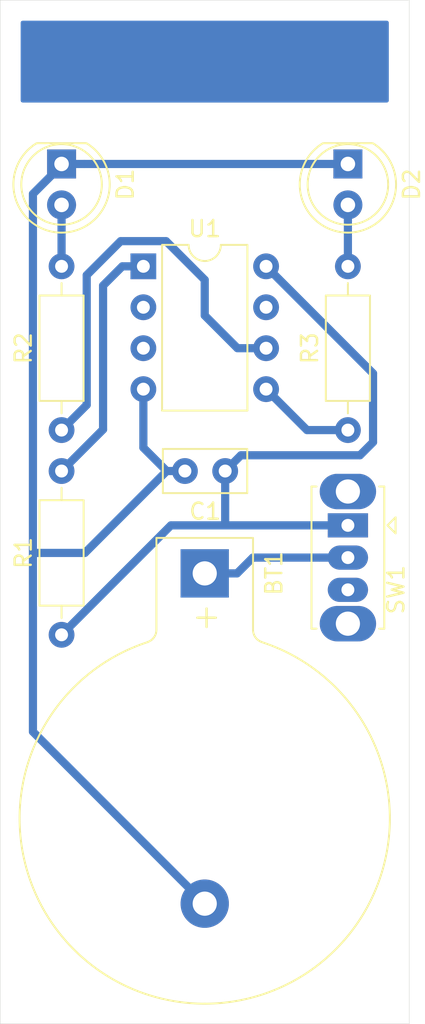
<source format=kicad_pcb>
(kicad_pcb (version 20171130) (host pcbnew "(5.1.0)-1")

  (general
    (thickness 1.6)
    (drawings 20)
    (tracks 45)
    (zones 0)
    (modules 9)
    (nets 13)
  )

  (page A4)
  (layers
    (0 F.Cu signal)
    (31 B.Cu signal)
    (32 B.Adhes user)
    (33 F.Adhes user)
    (34 B.Paste user)
    (35 F.Paste user)
    (36 B.SilkS user)
    (37 F.SilkS user)
    (38 B.Mask user)
    (39 F.Mask user)
    (40 Dwgs.User user)
    (41 Cmts.User user)
    (42 Eco1.User user)
    (43 Eco2.User user)
    (44 Edge.Cuts user)
    (45 Margin user)
    (46 B.CrtYd user)
    (47 F.CrtYd user)
    (48 B.Fab user)
    (49 F.Fab user)
  )

  (setup
    (last_trace_width 0.508)
    (trace_clearance 0.508)
    (zone_clearance 0.508)
    (zone_45_only no)
    (trace_min 0.508)
    (via_size 0.8128)
    (via_drill 0.4064)
    (via_min_size 0.8128)
    (via_min_drill 0.4064)
    (uvia_size 0.8128)
    (uvia_drill 0.4064)
    (uvias_allowed no)
    (uvia_min_size 0.8128)
    (uvia_min_drill 0.4064)
    (edge_width 0.05)
    (segment_width 0.2)
    (pcb_text_width 0.3)
    (pcb_text_size 1.5 1.5)
    (mod_edge_width 0.12)
    (mod_text_size 1 1)
    (mod_text_width 0.15)
    (pad_size 1.524 1.524)
    (pad_drill 0.762)
    (pad_to_mask_clearance 0.051)
    (solder_mask_min_width 0.25)
    (aux_axis_origin 0 0)
    (visible_elements 7FFFFFFF)
    (pcbplotparams
      (layerselection 0x01000_fffffffe)
      (usegerberextensions false)
      (usegerberattributes false)
      (usegerberadvancedattributes false)
      (creategerberjobfile false)
      (excludeedgelayer true)
      (linewidth 0.100000)
      (plotframeref false)
      (viasonmask false)
      (mode 1)
      (useauxorigin false)
      (hpglpennumber 1)
      (hpglpenspeed 20)
      (hpglpendiameter 15.000000)
      (psnegative false)
      (psa4output false)
      (plotreference false)
      (plotvalue false)
      (plotinvisibletext false)
      (padsonsilk false)
      (subtractmaskfromsilk false)
      (outputformat 1)
      (mirror false)
      (drillshape 0)
      (scaleselection 1)
      (outputdirectory "gerbers/"))
  )

  (net 0 "")
  (net 1 "Net-(BT1-Pad2)")
  (net 2 "Net-(BT1-Pad1)")
  (net 3 "Net-(C1-Pad1)")
  (net 4 "Net-(D1-Pad2)")
  (net 5 "Net-(D2-Pad2)")
  (net 6 "Net-(R1-Pad2)")
  (net 7 "Net-(R2-Pad1)")
  (net 8 "Net-(R3-Pad1)")
  (net 9 "Net-(SW1-Pad3)")
  (net 10 "Net-(U1-Pad2)")
  (net 11 "Net-(U1-Pad3)")
  (net 12 "Net-(U1-Pad7)")

  (net_class Default "This is the default net class."
    (clearance 0.508)
    (trace_width 0.508)
    (via_dia 0.8128)
    (via_drill 0.4064)
    (uvia_dia 0.8128)
    (uvia_drill 0.4064)
    (diff_pair_width 0.508)
    (diff_pair_gap 0.508)
    (add_net "Net-(BT1-Pad1)")
    (add_net "Net-(BT1-Pad2)")
    (add_net "Net-(C1-Pad1)")
    (add_net "Net-(D1-Pad2)")
    (add_net "Net-(D2-Pad2)")
    (add_net "Net-(R1-Pad2)")
    (add_net "Net-(R2-Pad1)")
    (add_net "Net-(R3-Pad1)")
    (add_net "Net-(SW1-Pad3)")
    (add_net "Net-(U1-Pad2)")
    (add_net "Net-(U1-Pad3)")
    (add_net "Net-(U1-Pad7)")
  )

  (module Package_DIP:DIP-8_W7.62mm (layer F.Cu) (tedit 5A02E8C5) (tstamp 5CA788B8)
    (at 149.86 101.6)
    (descr "8-lead though-hole mounted DIP package, row spacing 7.62 mm (300 mils)")
    (tags "THT DIP DIL PDIP 2.54mm 7.62mm 300mil")
    (path /5CA4ECC4)
    (fp_text reference U1 (at 3.81 -2.33) (layer F.SilkS)
      (effects (font (size 1 1) (thickness 0.15)))
    )
    (fp_text value ATtiny85-20PU (at 3.81 9.95) (layer F.Fab)
      (effects (font (size 1 1) (thickness 0.15)))
    )
    (fp_text user %R (at 3.81 3.81) (layer F.Fab)
      (effects (font (size 1 1) (thickness 0.15)))
    )
    (fp_line (start 8.7 -1.55) (end -1.1 -1.55) (layer F.CrtYd) (width 0.05))
    (fp_line (start 8.7 9.15) (end 8.7 -1.55) (layer F.CrtYd) (width 0.05))
    (fp_line (start -1.1 9.15) (end 8.7 9.15) (layer F.CrtYd) (width 0.05))
    (fp_line (start -1.1 -1.55) (end -1.1 9.15) (layer F.CrtYd) (width 0.05))
    (fp_line (start 6.46 -1.33) (end 4.81 -1.33) (layer F.SilkS) (width 0.12))
    (fp_line (start 6.46 8.95) (end 6.46 -1.33) (layer F.SilkS) (width 0.12))
    (fp_line (start 1.16 8.95) (end 6.46 8.95) (layer F.SilkS) (width 0.12))
    (fp_line (start 1.16 -1.33) (end 1.16 8.95) (layer F.SilkS) (width 0.12))
    (fp_line (start 2.81 -1.33) (end 1.16 -1.33) (layer F.SilkS) (width 0.12))
    (fp_line (start 0.635 -0.27) (end 1.635 -1.27) (layer F.Fab) (width 0.1))
    (fp_line (start 0.635 8.89) (end 0.635 -0.27) (layer F.Fab) (width 0.1))
    (fp_line (start 6.985 8.89) (end 0.635 8.89) (layer F.Fab) (width 0.1))
    (fp_line (start 6.985 -1.27) (end 6.985 8.89) (layer F.Fab) (width 0.1))
    (fp_line (start 1.635 -1.27) (end 6.985 -1.27) (layer F.Fab) (width 0.1))
    (fp_arc (start 3.81 -1.33) (end 2.81 -1.33) (angle -180) (layer F.SilkS) (width 0.12))
    (pad 8 thru_hole oval (at 7.62 0) (size 1.6 1.6) (drill 0.8) (layers *.Cu *.Mask)
      (net 3 "Net-(C1-Pad1)"))
    (pad 4 thru_hole oval (at 0 7.62) (size 1.6 1.6) (drill 0.8) (layers *.Cu *.Mask)
      (net 1 "Net-(BT1-Pad2)"))
    (pad 7 thru_hole oval (at 7.62 2.54) (size 1.6 1.6) (drill 0.8) (layers *.Cu *.Mask)
      (net 12 "Net-(U1-Pad7)"))
    (pad 3 thru_hole oval (at 0 5.08) (size 1.6 1.6) (drill 0.8) (layers *.Cu *.Mask)
      (net 11 "Net-(U1-Pad3)"))
    (pad 6 thru_hole oval (at 7.62 5.08) (size 1.6 1.6) (drill 0.8) (layers *.Cu *.Mask)
      (net 7 "Net-(R2-Pad1)"))
    (pad 2 thru_hole oval (at 0 2.54) (size 1.6 1.6) (drill 0.8) (layers *.Cu *.Mask)
      (net 10 "Net-(U1-Pad2)"))
    (pad 5 thru_hole oval (at 7.62 7.62) (size 1.6 1.6) (drill 0.8) (layers *.Cu *.Mask)
      (net 8 "Net-(R3-Pad1)"))
    (pad 1 thru_hole rect (at 0 0) (size 1.6 1.6) (drill 0.8) (layers *.Cu *.Mask)
      (net 6 "Net-(R1-Pad2)"))
    (model ${KISYS3DMOD}/Package_DIP.3dshapes/DIP-8_W7.62mm.wrl
      (at (xyz 0 0 0))
      (scale (xyz 1 1 1))
      (rotate (xyz 0 0 0))
    )
  )

  (module Button_Switch_THT:SW_Slide_1P2T_CK_OS102011MS2Q (layer F.Cu) (tedit 5C5044D5) (tstamp 5CA78FBA)
    (at 162.56 117.67 270)
    (descr "CuK miniature slide switch, OS series, SPDT, https://www.ckswitches.com/media/1428/os.pdf")
    (tags "switch SPDT")
    (path /5CA4FEFB)
    (fp_text reference SW1 (at 3.99 -2.99 270) (layer F.SilkS)
      (effects (font (size 1 1) (thickness 0.15)))
    )
    (fp_text value SW_SPDT (at 2 3 270) (layer F.Fab)
      (effects (font (size 1 1) (thickness 0.15)))
    )
    (fp_line (start 0.5 -2.96) (end -0.5 -2.96) (layer F.SilkS) (width 0.12))
    (fp_line (start 0 -2.46) (end 0.5 -2.96) (layer F.SilkS) (width 0.12))
    (fp_line (start -0.5 -2.96) (end 0 -2.46) (layer F.SilkS) (width 0.12))
    (fp_line (start 0 -1.65) (end 0.5 -2.15) (layer F.Fab) (width 0.1))
    (fp_line (start -0.5 -2.15) (end 0 -1.65) (layer F.Fab) (width 0.1))
    (fp_line (start -3.45 2.4) (end -3.45 -2.4) (layer B.CrtYd) (width 0.05))
    (fp_line (start 7.45 2.4) (end -3.45 2.4) (layer B.CrtYd) (width 0.05))
    (fp_line (start 7.45 -2.4) (end 7.45 2.4) (layer B.CrtYd) (width 0.05))
    (fp_line (start -3.45 -2.4) (end 7.45 -2.4) (layer B.CrtYd) (width 0.05))
    (fp_text user %R (at 3.99 -2.99 270) (layer F.Fab)
      (effects (font (size 1 1) (thickness 0.15)))
    )
    (fp_line (start 6.41 2.26) (end 6.41 1.95) (layer F.SilkS) (width 0.12))
    (fp_line (start -2.41 2.26) (end -2.41 1.95) (layer F.SilkS) (width 0.12))
    (fp_line (start -2.41 -1.95) (end -2.41 -2.26) (layer F.SilkS) (width 0.12))
    (fp_line (start 6.41 2.26) (end -2.41 2.26) (layer F.SilkS) (width 0.12))
    (fp_line (start 6.41 -2.26) (end 6.41 -1.95) (layer F.SilkS) (width 0.12))
    (fp_line (start -2.41 -2.26) (end 6.41 -2.26) (layer F.SilkS) (width 0.12))
    (fp_line (start -2.3 -2.15) (end -0.5 -2.15) (layer F.Fab) (width 0.1))
    (fp_line (start 2 -1) (end 2 1) (layer F.Fab) (width 0.1))
    (fp_line (start 1.34 -1) (end 1.34 1) (layer F.Fab) (width 0.1))
    (fp_line (start 0.66 -1) (end 0.66 1) (layer F.Fab) (width 0.1))
    (fp_line (start 0 -1) (end 0 1) (layer F.Fab) (width 0.1))
    (fp_line (start 0 1) (end 4 1) (layer F.Fab) (width 0.1))
    (fp_line (start 4 -1) (end 4 1) (layer F.Fab) (width 0.1))
    (fp_line (start 0 -1) (end 4 -1) (layer F.Fab) (width 0.1))
    (fp_line (start -2.3 2.15) (end -2.3 -2.15) (layer F.Fab) (width 0.1))
    (fp_line (start 6.3 2.15) (end -2.3 2.15) (layer F.Fab) (width 0.1))
    (fp_line (start 6.3 -2.15) (end 6.3 2.15) (layer F.Fab) (width 0.1))
    (fp_line (start 0.5 -2.15) (end 6.3 -2.15) (layer F.Fab) (width 0.1))
    (pad "" thru_hole oval (at 6.1 0 270) (size 2.2 3.5) (drill 1.5) (layers *.Cu *.Mask))
    (pad "" thru_hole oval (at -2.1 0 270) (size 2.2 3.5) (drill 1.5) (layers *.Cu *.Mask))
    (pad 3 thru_hole oval (at 4 0 270) (size 1.5 2.5) (drill 0.8) (layers *.Cu *.Mask)
      (net 9 "Net-(SW1-Pad3)"))
    (pad 2 thru_hole oval (at 2 0 270) (size 1.5 2.5) (drill 0.8) (layers *.Cu *.Mask)
      (net 2 "Net-(BT1-Pad1)"))
    (pad 1 thru_hole rect (at 0 0 270) (size 1.5 2.5) (drill 0.8) (layers *.Cu *.Mask)
      (net 3 "Net-(C1-Pad1)"))
    (model ${KISYS3DMOD}/Button_Switch_THT.3dshapes/SW_Slide_1P2T_CK_OS102011MS2Q.wrl
      (at (xyz 0 0 0))
      (scale (xyz 1 1 1))
      (rotate (xyz 0 0 0))
    )
  )

  (module Resistor_THT:R_Axial_DIN0207_L6.3mm_D2.5mm_P10.16mm_Horizontal (layer F.Cu) (tedit 5AE5139B) (tstamp 5CA7CF98)
    (at 162.56 111.76 90)
    (descr "Resistor, Axial_DIN0207 series, Axial, Horizontal, pin pitch=10.16mm, 0.25W = 1/4W, length*diameter=6.3*2.5mm^2, http://cdn-reichelt.de/documents/datenblatt/B400/1_4W%23YAG.pdf")
    (tags "Resistor Axial_DIN0207 series Axial Horizontal pin pitch 10.16mm 0.25W = 1/4W length 6.3mm diameter 2.5mm")
    (path /5CA54497)
    (fp_text reference R3 (at 5.08 -2.37 90) (layer F.SilkS)
      (effects (font (size 1 1) (thickness 0.15)))
    )
    (fp_text value 100 (at 5.08 2.37 90) (layer F.Fab)
      (effects (font (size 1 1) (thickness 0.15)))
    )
    (fp_line (start 1.93 -1.25) (end 1.93 1.25) (layer F.Fab) (width 0.1))
    (fp_line (start 1.93 1.25) (end 8.23 1.25) (layer F.Fab) (width 0.1))
    (fp_line (start 8.23 1.25) (end 8.23 -1.25) (layer F.Fab) (width 0.1))
    (fp_line (start 8.23 -1.25) (end 1.93 -1.25) (layer F.Fab) (width 0.1))
    (fp_line (start 0 0) (end 1.93 0) (layer F.Fab) (width 0.1))
    (fp_line (start 10.16 0) (end 8.23 0) (layer F.Fab) (width 0.1))
    (fp_line (start 1.81 -1.37) (end 1.81 1.37) (layer F.SilkS) (width 0.12))
    (fp_line (start 1.81 1.37) (end 8.35 1.37) (layer F.SilkS) (width 0.12))
    (fp_line (start 8.35 1.37) (end 8.35 -1.37) (layer F.SilkS) (width 0.12))
    (fp_line (start 8.35 -1.37) (end 1.81 -1.37) (layer F.SilkS) (width 0.12))
    (fp_line (start 1.04 0) (end 1.81 0) (layer F.SilkS) (width 0.12))
    (fp_line (start 9.12 0) (end 8.35 0) (layer F.SilkS) (width 0.12))
    (fp_line (start -1.05 -1.5) (end -1.05 1.5) (layer F.CrtYd) (width 0.05))
    (fp_line (start -1.05 1.5) (end 11.21 1.5) (layer F.CrtYd) (width 0.05))
    (fp_line (start 11.21 1.5) (end 11.21 -1.5) (layer F.CrtYd) (width 0.05))
    (fp_line (start 11.21 -1.5) (end -1.05 -1.5) (layer F.CrtYd) (width 0.05))
    (fp_text user %R (at 5.08 0 90) (layer F.Fab)
      (effects (font (size 1 1) (thickness 0.15)))
    )
    (pad 1 thru_hole circle (at 0 0 90) (size 1.6 1.6) (drill 0.8) (layers *.Cu *.Mask)
      (net 8 "Net-(R3-Pad1)"))
    (pad 2 thru_hole oval (at 10.16 0 90) (size 1.6 1.6) (drill 0.8) (layers *.Cu *.Mask)
      (net 5 "Net-(D2-Pad2)"))
    (model ${KISYS3DMOD}/Resistor_THT.3dshapes/R_Axial_DIN0207_L6.3mm_D2.5mm_P10.16mm_Horizontal.wrl
      (at (xyz 0 0 0))
      (scale (xyz 1 1 1))
      (rotate (xyz 0 0 0))
    )
  )

  (module Resistor_THT:R_Axial_DIN0207_L6.3mm_D2.5mm_P10.16mm_Horizontal (layer F.Cu) (tedit 5AE5139B) (tstamp 5CA78860)
    (at 144.78 111.76 90)
    (descr "Resistor, Axial_DIN0207 series, Axial, Horizontal, pin pitch=10.16mm, 0.25W = 1/4W, length*diameter=6.3*2.5mm^2, http://cdn-reichelt.de/documents/datenblatt/B400/1_4W%23YAG.pdf")
    (tags "Resistor Axial_DIN0207 series Axial Horizontal pin pitch 10.16mm 0.25W = 1/4W length 6.3mm diameter 2.5mm")
    (path /5CA53DDE)
    (fp_text reference R2 (at 5.08 -2.37 90) (layer F.SilkS)
      (effects (font (size 1 1) (thickness 0.15)))
    )
    (fp_text value 100 (at 5.08 2.37 90) (layer F.Fab)
      (effects (font (size 1 1) (thickness 0.15)))
    )
    (fp_text user %R (at 5.08 0 90) (layer F.Fab)
      (effects (font (size 1 1) (thickness 0.15)))
    )
    (fp_line (start 11.21 -1.5) (end -1.05 -1.5) (layer F.CrtYd) (width 0.05))
    (fp_line (start 11.21 1.5) (end 11.21 -1.5) (layer F.CrtYd) (width 0.05))
    (fp_line (start -1.05 1.5) (end 11.21 1.5) (layer F.CrtYd) (width 0.05))
    (fp_line (start -1.05 -1.5) (end -1.05 1.5) (layer F.CrtYd) (width 0.05))
    (fp_line (start 9.12 0) (end 8.35 0) (layer F.SilkS) (width 0.12))
    (fp_line (start 1.04 0) (end 1.81 0) (layer F.SilkS) (width 0.12))
    (fp_line (start 8.35 -1.37) (end 1.81 -1.37) (layer F.SilkS) (width 0.12))
    (fp_line (start 8.35 1.37) (end 8.35 -1.37) (layer F.SilkS) (width 0.12))
    (fp_line (start 1.81 1.37) (end 8.35 1.37) (layer F.SilkS) (width 0.12))
    (fp_line (start 1.81 -1.37) (end 1.81 1.37) (layer F.SilkS) (width 0.12))
    (fp_line (start 10.16 0) (end 8.23 0) (layer F.Fab) (width 0.1))
    (fp_line (start 0 0) (end 1.93 0) (layer F.Fab) (width 0.1))
    (fp_line (start 8.23 -1.25) (end 1.93 -1.25) (layer F.Fab) (width 0.1))
    (fp_line (start 8.23 1.25) (end 8.23 -1.25) (layer F.Fab) (width 0.1))
    (fp_line (start 1.93 1.25) (end 8.23 1.25) (layer F.Fab) (width 0.1))
    (fp_line (start 1.93 -1.25) (end 1.93 1.25) (layer F.Fab) (width 0.1))
    (pad 2 thru_hole oval (at 10.16 0 90) (size 1.6 1.6) (drill 0.8) (layers *.Cu *.Mask)
      (net 4 "Net-(D1-Pad2)"))
    (pad 1 thru_hole circle (at 0 0 90) (size 1.6 1.6) (drill 0.8) (layers *.Cu *.Mask)
      (net 7 "Net-(R2-Pad1)"))
    (model ${KISYS3DMOD}/Resistor_THT.3dshapes/R_Axial_DIN0207_L6.3mm_D2.5mm_P10.16mm_Horizontal.wrl
      (at (xyz 0 0 0))
      (scale (xyz 1 1 1))
      (rotate (xyz 0 0 0))
    )
  )

  (module Resistor_THT:R_Axial_DIN0207_L6.3mm_D2.5mm_P10.16mm_Horizontal (layer F.Cu) (tedit 5AE5139B) (tstamp 5CA78849)
    (at 144.78 124.46 90)
    (descr "Resistor, Axial_DIN0207 series, Axial, Horizontal, pin pitch=10.16mm, 0.25W = 1/4W, length*diameter=6.3*2.5mm^2, http://cdn-reichelt.de/documents/datenblatt/B400/1_4W%23YAG.pdf")
    (tags "Resistor Axial_DIN0207 series Axial Horizontal pin pitch 10.16mm 0.25W = 1/4W length 6.3mm diameter 2.5mm")
    (path /5CA5572E)
    (fp_text reference R1 (at 5.08 -2.37 90) (layer F.SilkS)
      (effects (font (size 1 1) (thickness 0.15)))
    )
    (fp_text value 10k (at 5.08 2.37 90) (layer F.Fab)
      (effects (font (size 1 1) (thickness 0.15)))
    )
    (fp_text user %R (at 5.08 0 90) (layer F.Fab)
      (effects (font (size 1 1) (thickness 0.15)))
    )
    (fp_line (start 11.21 -1.5) (end -1.05 -1.5) (layer F.CrtYd) (width 0.05))
    (fp_line (start 11.21 1.5) (end 11.21 -1.5) (layer F.CrtYd) (width 0.05))
    (fp_line (start -1.05 1.5) (end 11.21 1.5) (layer F.CrtYd) (width 0.05))
    (fp_line (start -1.05 -1.5) (end -1.05 1.5) (layer F.CrtYd) (width 0.05))
    (fp_line (start 9.12 0) (end 8.35 0) (layer F.SilkS) (width 0.12))
    (fp_line (start 1.04 0) (end 1.81 0) (layer F.SilkS) (width 0.12))
    (fp_line (start 8.35 -1.37) (end 1.81 -1.37) (layer F.SilkS) (width 0.12))
    (fp_line (start 8.35 1.37) (end 8.35 -1.37) (layer F.SilkS) (width 0.12))
    (fp_line (start 1.81 1.37) (end 8.35 1.37) (layer F.SilkS) (width 0.12))
    (fp_line (start 1.81 -1.37) (end 1.81 1.37) (layer F.SilkS) (width 0.12))
    (fp_line (start 10.16 0) (end 8.23 0) (layer F.Fab) (width 0.1))
    (fp_line (start 0 0) (end 1.93 0) (layer F.Fab) (width 0.1))
    (fp_line (start 8.23 -1.25) (end 1.93 -1.25) (layer F.Fab) (width 0.1))
    (fp_line (start 8.23 1.25) (end 8.23 -1.25) (layer F.Fab) (width 0.1))
    (fp_line (start 1.93 1.25) (end 8.23 1.25) (layer F.Fab) (width 0.1))
    (fp_line (start 1.93 -1.25) (end 1.93 1.25) (layer F.Fab) (width 0.1))
    (pad 2 thru_hole oval (at 10.16 0 90) (size 1.6 1.6) (drill 0.8) (layers *.Cu *.Mask)
      (net 6 "Net-(R1-Pad2)"))
    (pad 1 thru_hole circle (at 0 0 90) (size 1.6 1.6) (drill 0.8) (layers *.Cu *.Mask)
      (net 3 "Net-(C1-Pad1)"))
    (model ${KISYS3DMOD}/Resistor_THT.3dshapes/R_Axial_DIN0207_L6.3mm_D2.5mm_P10.16mm_Horizontal.wrl
      (at (xyz 0 0 0))
      (scale (xyz 1 1 1))
      (rotate (xyz 0 0 0))
    )
  )

  (module LED_THT:LED_D5.0mm (layer F.Cu) (tedit 5995936A) (tstamp 5CA78832)
    (at 162.56 95.25 270)
    (descr "LED, diameter 5.0mm, 2 pins, http://cdn-reichelt.de/documents/datenblatt/A500/LL-504BC2E-009.pdf")
    (tags "LED diameter 5.0mm 2 pins")
    (path /5CA551CC)
    (fp_text reference D2 (at 1.27 -3.96 270) (layer F.SilkS)
      (effects (font (size 1 1) (thickness 0.15)))
    )
    (fp_text value LED (at -2.54 0 180) (layer F.Fab)
      (effects (font (size 1 1) (thickness 0.15)))
    )
    (fp_text user %R (at 1.25 0 270) (layer F.Fab)
      (effects (font (size 0.8 0.8) (thickness 0.2)))
    )
    (fp_line (start 4.5 -3.25) (end -1.95 -3.25) (layer F.CrtYd) (width 0.05))
    (fp_line (start 4.5 3.25) (end 4.5 -3.25) (layer F.CrtYd) (width 0.05))
    (fp_line (start -1.95 3.25) (end 4.5 3.25) (layer F.CrtYd) (width 0.05))
    (fp_line (start -1.95 -3.25) (end -1.95 3.25) (layer F.CrtYd) (width 0.05))
    (fp_line (start -1.29 -1.545) (end -1.29 1.545) (layer F.SilkS) (width 0.12))
    (fp_line (start -1.23 -1.469694) (end -1.23 1.469694) (layer F.Fab) (width 0.1))
    (fp_circle (center 1.27 0) (end 3.77 0) (layer F.SilkS) (width 0.12))
    (fp_circle (center 1.27 0) (end 3.77 0) (layer F.Fab) (width 0.1))
    (fp_arc (start 1.27 0) (end -1.29 1.54483) (angle -148.9) (layer F.SilkS) (width 0.12))
    (fp_arc (start 1.27 0) (end -1.29 -1.54483) (angle 148.9) (layer F.SilkS) (width 0.12))
    (fp_arc (start 1.27 0) (end -1.23 -1.469694) (angle 299.1) (layer F.Fab) (width 0.1))
    (pad 2 thru_hole circle (at 2.54 0 270) (size 1.8 1.8) (drill 0.9) (layers *.Cu *.Mask)
      (net 5 "Net-(D2-Pad2)"))
    (pad 1 thru_hole rect (at 0 0 270) (size 1.8 1.8) (drill 0.9) (layers *.Cu *.Mask)
      (net 1 "Net-(BT1-Pad2)"))
    (model ${KISYS3DMOD}/LED_THT.3dshapes/LED_D5.0mm.wrl
      (at (xyz 0 0 0))
      (scale (xyz 1 1 1))
      (rotate (xyz 0 0 0))
    )
  )

  (module LED_THT:LED_D5.0mm (layer F.Cu) (tedit 5995936A) (tstamp 5CA78820)
    (at 144.78 95.25 270)
    (descr "LED, diameter 5.0mm, 2 pins, http://cdn-reichelt.de/documents/datenblatt/A500/LL-504BC2E-009.pdf")
    (tags "LED diameter 5.0mm 2 pins")
    (path /5CA549B6)
    (fp_text reference D1 (at 1.27 -3.96 270) (layer F.SilkS)
      (effects (font (size 1 1) (thickness 0.15)))
    )
    (fp_text value LED (at -2.54 0 180) (layer F.Fab)
      (effects (font (size 1 1) (thickness 0.15)))
    )
    (fp_text user %R (at 1.25 0 270) (layer F.Fab)
      (effects (font (size 0.8 0.8) (thickness 0.2)))
    )
    (fp_line (start 4.5 -3.25) (end -1.95 -3.25) (layer F.CrtYd) (width 0.05))
    (fp_line (start 4.5 3.25) (end 4.5 -3.25) (layer F.CrtYd) (width 0.05))
    (fp_line (start -1.95 3.25) (end 4.5 3.25) (layer F.CrtYd) (width 0.05))
    (fp_line (start -1.95 -3.25) (end -1.95 3.25) (layer F.CrtYd) (width 0.05))
    (fp_line (start -1.29 -1.545) (end -1.29 1.545) (layer F.SilkS) (width 0.12))
    (fp_line (start -1.23 -1.469694) (end -1.23 1.469694) (layer F.Fab) (width 0.1))
    (fp_circle (center 1.27 0) (end 3.77 0) (layer F.SilkS) (width 0.12))
    (fp_circle (center 1.27 0) (end 3.77 0) (layer F.Fab) (width 0.1))
    (fp_arc (start 1.27 0) (end -1.29 1.54483) (angle -148.9) (layer F.SilkS) (width 0.12))
    (fp_arc (start 1.27 0) (end -1.29 -1.54483) (angle 148.9) (layer F.SilkS) (width 0.12))
    (fp_arc (start 1.27 0) (end -1.23 -1.469694) (angle 299.1) (layer F.Fab) (width 0.1))
    (pad 2 thru_hole circle (at 2.54 0 270) (size 1.8 1.8) (drill 0.9) (layers *.Cu *.Mask)
      (net 4 "Net-(D1-Pad2)"))
    (pad 1 thru_hole rect (at 0 0 270) (size 1.8 1.8) (drill 0.9) (layers *.Cu *.Mask)
      (net 1 "Net-(BT1-Pad2)"))
    (model ${KISYS3DMOD}/LED_THT.3dshapes/LED_D5.0mm.wrl
      (at (xyz 0 0 0))
      (scale (xyz 1 1 1))
      (rotate (xyz 0 0 0))
    )
  )

  (module Capacitor_THT:C_Disc_D5.0mm_W2.5mm_P2.50mm (layer F.Cu) (tedit 5AE50EF0) (tstamp 5CA7D001)
    (at 154.94 114.3 180)
    (descr "C, Disc series, Radial, pin pitch=2.50mm, , diameter*width=5*2.5mm^2, Capacitor, http://cdn-reichelt.de/documents/datenblatt/B300/DS_KERKO_TC.pdf")
    (tags "C Disc series Radial pin pitch 2.50mm  diameter 5mm width 2.5mm Capacitor")
    (path /5CA51BBA)
    (fp_text reference C1 (at 1.25 -2.5 180) (layer F.SilkS)
      (effects (font (size 1 1) (thickness 0.15)))
    )
    (fp_text value 10uF (at 1.27 -2.54 180) (layer F.Fab)
      (effects (font (size 1 1) (thickness 0.15)))
    )
    (fp_text user %R (at 1.25 0 180) (layer F.Fab)
      (effects (font (size 1 1) (thickness 0.15)))
    )
    (fp_line (start 4 -1.5) (end -1.5 -1.5) (layer F.CrtYd) (width 0.05))
    (fp_line (start 4 1.5) (end 4 -1.5) (layer F.CrtYd) (width 0.05))
    (fp_line (start -1.5 1.5) (end 4 1.5) (layer F.CrtYd) (width 0.05))
    (fp_line (start -1.5 -1.5) (end -1.5 1.5) (layer F.CrtYd) (width 0.05))
    (fp_line (start 3.87 -1.37) (end 3.87 1.37) (layer F.SilkS) (width 0.12))
    (fp_line (start -1.37 -1.37) (end -1.37 1.37) (layer F.SilkS) (width 0.12))
    (fp_line (start -1.37 1.37) (end 3.87 1.37) (layer F.SilkS) (width 0.12))
    (fp_line (start -1.37 -1.37) (end 3.87 -1.37) (layer F.SilkS) (width 0.12))
    (fp_line (start 3.75 -1.25) (end -1.25 -1.25) (layer F.Fab) (width 0.1))
    (fp_line (start 3.75 1.25) (end 3.75 -1.25) (layer F.Fab) (width 0.1))
    (fp_line (start -1.25 1.25) (end 3.75 1.25) (layer F.Fab) (width 0.1))
    (fp_line (start -1.25 -1.25) (end -1.25 1.25) (layer F.Fab) (width 0.1))
    (pad 2 thru_hole circle (at 2.5 0 180) (size 1.6 1.6) (drill 0.8) (layers *.Cu *.Mask)
      (net 1 "Net-(BT1-Pad2)"))
    (pad 1 thru_hole circle (at 0 0 180) (size 1.6 1.6) (drill 0.8) (layers *.Cu *.Mask)
      (net 3 "Net-(C1-Pad1)"))
    (model ${KISYS3DMOD}/Capacitor_THT.3dshapes/C_Disc_D5.0mm_W2.5mm_P2.50mm.wrl
      (at (xyz 0 0 0))
      (scale (xyz 1 1 1))
      (rotate (xyz 0 0 0))
    )
  )

  (module Battery:BatteryHolder_Keystone_103_1x20mm (layer F.Cu) (tedit 5787C32C) (tstamp 5CA7F455)
    (at 153.67 120.65 270)
    (descr http://www.keyelco.com/product-pdf.cfm?p=719)
    (tags "Keystone type 103 battery holder")
    (path /5CA4F5DB)
    (fp_text reference BT1 (at 0 -4.3 270) (layer F.SilkS)
      (effects (font (size 1 1) (thickness 0.15)))
    )
    (fp_text value Battery_Cell (at 11.43 0 270) (layer F.Fab)
      (effects (font (size 1 1) (thickness 0.15)))
    )
    (fp_arc (start -1.7 -2.5) (end -2.1 -2.5) (angle 90) (layer F.Fab) (width 0.1))
    (fp_arc (start -1.7 2.5) (end -2.1 2.5) (angle -90) (layer F.Fab) (width 0.1))
    (fp_line (start 0 -1.3) (end 0 1.3) (layer F.Fab) (width 0.1))
    (fp_arc (start 16.2 0) (end 16.2 -1.3) (angle 180) (layer F.Fab) (width 0.1))
    (fp_arc (start 3.5 -3.8) (end 3.5 -2.9) (angle -70) (layer F.Fab) (width 0.1))
    (fp_line (start 16.2 -1.3) (end 0 -1.3) (layer F.Fab) (width 0.1))
    (fp_line (start 0 1.3) (end 16.2 1.3) (layer F.Fab) (width 0.1))
    (fp_line (start -2.1 -2.5) (end -2.1 2.5) (layer F.Fab) (width 0.1))
    (fp_line (start -1.7 2.9) (end 3.5306 2.9) (layer F.Fab) (width 0.1))
    (fp_line (start 3.5306 -2.9) (end -1.7 -2.9) (layer F.Fab) (width 0.1))
    (fp_arc (start 15.2 0) (end 5.2 -1.3) (angle 180) (layer F.Fab) (width 0.1))
    (fp_arc (start 15.2 0) (end 9 -1.3) (angle 170) (layer F.Fab) (width 0.1))
    (fp_arc (start 15.2 0) (end 13.3 -1.3) (angle 150) (layer F.Fab) (width 0.1))
    (fp_line (start 23.5712 -7.7216) (end 22.6314 -6.858) (layer F.Fab) (width 0.1))
    (fp_line (start 23.5712 7.7216) (end 22.6568 6.8834) (layer F.Fab) (width 0.1))
    (fp_arc (start 15.2 0) (end 13.3 1.3) (angle -150) (layer F.Fab) (width 0.1))
    (fp_arc (start 15.2 0) (end 9 1.3) (angle -170) (layer F.Fab) (width 0.1))
    (fp_line (start -2.2 3) (end 3.5 3) (layer F.SilkS) (width 0.12))
    (fp_line (start -2.2 3) (end -2.2 -3) (layer F.SilkS) (width 0.12))
    (fp_line (start -2.2 -3) (end 3.5 -3) (layer F.SilkS) (width 0.12))
    (fp_line (start -2.45 3.25) (end -2.45 -3.25) (layer F.CrtYd) (width 0.05))
    (fp_line (start -2.45 3.25) (end 3.5 3.25) (layer F.CrtYd) (width 0.05))
    (fp_line (start -2.45 -3.25) (end 3.5 -3.25) (layer F.CrtYd) (width 0.05))
    (fp_arc (start 15.2 0) (end 5.2 1.3) (angle -180) (layer F.Fab) (width 0.1))
    (fp_arc (start 15.2 0) (end 4.35 -3.5) (angle 162.5) (layer F.Fab) (width 0.1))
    (fp_arc (start 15.2 0) (end 4.35 3.5) (angle -162.5) (layer F.Fab) (width 0.1))
    (fp_arc (start 3.5 3.8) (end 3.5 2.9) (angle 70) (layer F.Fab) (width 0.1))
    (fp_arc (start 3.5 -3.8) (end 3.5 -3) (angle -70) (layer F.SilkS) (width 0.12))
    (fp_arc (start 15.2 0) (end 4.25 -3.5) (angle 162.5) (layer F.SilkS) (width 0.12))
    (fp_arc (start 3.5 3.8) (end 3.5 3) (angle 70) (layer F.SilkS) (width 0.12))
    (fp_arc (start 15.2 0) (end 4.25 3.5) (angle -162.5) (layer F.SilkS) (width 0.12))
    (fp_arc (start 3.5 -3.8) (end 3.5 -3.25) (angle -70) (layer F.CrtYd) (width 0.05))
    (fp_arc (start 3.5 3.8) (end 3.5 3.25) (angle 70) (layer F.CrtYd) (width 0.05))
    (fp_arc (start 15.2 0) (end 4.01 -3.6) (angle 162.5) (layer F.CrtYd) (width 0.05))
    (fp_arc (start 15.2 0) (end 4.01 3.6) (angle -162.5) (layer F.CrtYd) (width 0.05))
    (fp_text user %R (at 0 0 270) (layer F.Fab)
      (effects (font (size 1 1) (thickness 0.15)))
    )
    (fp_text user + (at 2.75 0 270) (layer F.SilkS)
      (effects (font (size 1.5 1.5) (thickness 0.15)))
    )
    (pad 1 thru_hole rect (at 0 0 270) (size 3 3) (drill 1.5) (layers *.Cu *.Mask)
      (net 2 "Net-(BT1-Pad1)"))
    (pad 2 thru_hole circle (at 20.49 0 270) (size 3 3) (drill 1.5) (layers *.Cu *.Mask)
      (net 1 "Net-(BT1-Pad2)"))
    (model ${KISYS3DMOD}/Battery.3dshapes/BatteryHolder_Keystone_103_1x20mm.wrl
      (at (xyz 0 0 0))
      (scale (xyz 1 1 1))
      (rotate (xyz 0 0 0))
    )
  )

  (gr_arc (start 153.67 100.33) (end 152.654 100.3554) (angle -177.1358076) (layer F.Fab) (width 0.15))
  (gr_line (start 157.988 95.758) (end 156.718 95.758) (layer F.Fab) (width 0.15) (tstamp 5CA7F5EE))
  (gr_line (start 159.258 97.536) (end 157.988 95.758) (layer F.Fab) (width 0.15) (tstamp 5CA7F5ED))
  (gr_line (start 157.988 95.758) (end 156.718 97.536) (layer F.Fab) (width 0.15) (tstamp 5CA7F5EC))
  (gr_line (start 157.988 95.758) (end 157.988 94.488) (layer F.Fab) (width 0.15) (tstamp 5CA7F5EB))
  (gr_line (start 156.718 97.536) (end 159.258 97.536) (layer F.Fab) (width 0.15) (tstamp 5CA7F5EA))
  (gr_line (start 157.988 95.758) (end 159.258 95.758) (layer F.Fab) (width 0.15) (tstamp 5CA7F5E9))
  (gr_line (start 157.988 97.536) (end 157.988 98.806) (layer F.Fab) (width 0.15) (tstamp 5CA7F5E8))
  (gr_line (start 150.622 97.536) (end 149.352 95.758) (layer F.Fab) (width 0.15) (tstamp 5CA7F5C7))
  (gr_line (start 148.082 97.536) (end 150.622 97.536) (layer F.Fab) (width 0.15))
  (gr_line (start 149.352 95.758) (end 148.082 97.536) (layer F.Fab) (width 0.15))
  (gr_line (start 149.352 95.758) (end 149.352 94.488) (layer F.Fab) (width 0.15))
  (gr_line (start 149.352 97.536) (end 149.352 98.806) (layer F.Fab) (width 0.15))
  (gr_line (start 149.352 95.758) (end 150.622 95.758) (layer F.Fab) (width 0.15))
  (gr_line (start 149.352 95.758) (end 148.082 95.758) (layer F.Fab) (width 0.15))
  (gr_circle (center 151.892 101.6) (end 152.4 101.6) (layer F.Fab) (width 0.15))
  (gr_line (start 140.97 148.59) (end 140.97 85.09) (layer Edge.Cuts) (width 0.0254))
  (gr_line (start 166.37 148.59) (end 140.97 148.59) (layer Edge.Cuts) (width 0.0254))
  (gr_line (start 166.37 85.09) (end 166.37 148.59) (layer Edge.Cuts) (width 0.0254))
  (gr_line (start 140.97 85.09) (end 166.37 85.09) (layer Edge.Cuts) (width 0.0254))

  (segment (start 146.188 95.25) (end 162.56 95.25) (width 0.508) (layer B.Cu) (net 1))
  (segment (start 144.78 95.25) (end 146.188 95.25) (width 0.508) (layer B.Cu) (net 1))
  (segment (start 152.170001 139.640001) (end 153.67 141.14) (width 0.508) (layer B.Cu) (net 1))
  (segment (start 143.002 130.472) (end 152.170001 139.640001) (width 0.508) (layer B.Cu) (net 1))
  (segment (start 144.78 95.25) (end 144.78 95.330238) (width 0.508) (layer B.Cu) (net 1))
  (segment (start 144.78 95.330238) (end 143.002 97.108238) (width 0.508) (layer B.Cu) (net 1))
  (segment (start 146.22863 119.38) (end 143.002 119.38) (width 0.508) (layer B.Cu) (net 1))
  (segment (start 151.30863 114.3) (end 146.22863 119.38) (width 0.508) (layer B.Cu) (net 1))
  (segment (start 152.44 114.3) (end 151.30863 114.3) (width 0.508) (layer B.Cu) (net 1))
  (segment (start 143.002 97.108238) (end 143.002 119.38) (width 0.508) (layer B.Cu) (net 1))
  (segment (start 143.002 119.38) (end 143.002 130.472) (width 0.508) (layer B.Cu) (net 1))
  (segment (start 149.86 112.85137) (end 151.30863 114.3) (width 0.508) (layer B.Cu) (net 1))
  (segment (start 149.86 109.22) (end 149.86 112.85137) (width 0.508) (layer B.Cu) (net 1))
  (segment (start 160.802 119.67) (end 162.56 119.67) (width 0.508) (layer B.Cu) (net 2))
  (segment (start 156.658 119.67) (end 160.802 119.67) (width 0.508) (layer B.Cu) (net 2))
  (segment (start 155.678 120.65) (end 156.658 119.67) (width 0.508) (layer B.Cu) (net 2))
  (segment (start 153.67 120.65) (end 155.678 120.65) (width 0.508) (layer B.Cu) (net 2))
  (segment (start 151.57 117.67) (end 144.78 124.46) (width 0.508) (layer B.Cu) (net 3))
  (segment (start 154.94 117.602) (end 154.872 117.67) (width 0.508) (layer B.Cu) (net 3))
  (segment (start 154.94 114.3) (end 154.94 117.602) (width 0.508) (layer B.Cu) (net 3))
  (segment (start 162.56 117.67) (end 154.872 117.67) (width 0.508) (layer B.Cu) (net 3))
  (segment (start 154.872 117.67) (end 151.57 117.67) (width 0.508) (layer B.Cu) (net 3))
  (segment (start 158.279999 102.399999) (end 157.48 101.6) (width 0.508) (layer B.Cu) (net 3))
  (segment (start 164.122001 108.242001) (end 158.279999 102.399999) (width 0.508) (layer B.Cu) (net 3))
  (segment (start 164.122001 112.509761) (end 164.122001 108.242001) (width 0.508) (layer B.Cu) (net 3))
  (segment (start 163.309761 113.322001) (end 164.122001 112.509761) (width 0.508) (layer B.Cu) (net 3))
  (segment (start 155.917999 113.322001) (end 163.309761 113.322001) (width 0.508) (layer B.Cu) (net 3))
  (segment (start 154.94 114.3) (end 155.917999 113.322001) (width 0.508) (layer B.Cu) (net 3))
  (segment (start 144.78 97.79) (end 144.78 101.6) (width 0.508) (layer B.Cu) (net 4))
  (segment (start 162.56 97.79) (end 162.56 101.6) (width 0.508) (layer B.Cu) (net 5))
  (segment (start 145.579999 113.500001) (end 144.78 114.3) (width 0.508) (layer B.Cu) (net 6))
  (segment (start 147.358011 111.721989) (end 145.579999 113.500001) (width 0.508) (layer B.Cu) (net 6))
  (segment (start 147.358011 102.793989) (end 147.358011 111.721989) (width 0.508) (layer B.Cu) (net 6))
  (segment (start 148.552 101.6) (end 147.358011 102.793989) (width 0.508) (layer B.Cu) (net 6))
  (segment (start 149.86 101.6) (end 148.552 101.6) (width 0.508) (layer B.Cu) (net 6))
  (segment (start 155.702 106.68) (end 157.48 106.68) (width 0.508) (layer B.Cu) (net 7))
  (segment (start 153.67 104.648) (end 155.702 106.68) (width 0.508) (layer B.Cu) (net 7))
  (segment (start 146.342001 110.197999) (end 146.342001 102.146397) (width 0.508) (layer B.Cu) (net 7))
  (segment (start 146.342001 102.146397) (end 148.450399 100.037999) (width 0.508) (layer B.Cu) (net 7))
  (segment (start 144.78 111.76) (end 146.342001 110.197999) (width 0.508) (layer B.Cu) (net 7))
  (segment (start 148.450399 100.037999) (end 151.269601 100.037999) (width 0.508) (layer B.Cu) (net 7))
  (segment (start 151.269601 100.037999) (end 153.67 102.438398) (width 0.508) (layer B.Cu) (net 7))
  (segment (start 153.67 102.438398) (end 153.67 104.648) (width 0.508) (layer B.Cu) (net 7))
  (segment (start 160.02 111.76) (end 162.56 111.76) (width 0.508) (layer B.Cu) (net 8))
  (segment (start 157.48 109.22) (end 160.02 111.76) (width 0.508) (layer B.Cu) (net 8))

  (zone (net 0) (net_name "") (layer B.Cu) (tstamp 5CA7DDF2) (hatch edge 0.508)
    (connect_pads (clearance 0.508))
    (min_thickness 0.254)
    (fill yes (arc_segments 32) (thermal_gap 0.508) (thermal_bridge_width 0.508))
    (polygon
      (pts
        (xy 142.24 86.36) (xy 165.1 86.36) (xy 165.1 91.44) (xy 142.24 91.44)
      )
    )
    (filled_polygon
      (pts
        (xy 164.973 91.313) (xy 142.367 91.313) (xy 142.367 86.487) (xy 164.973 86.487)
      )
    )
  )
)

</source>
